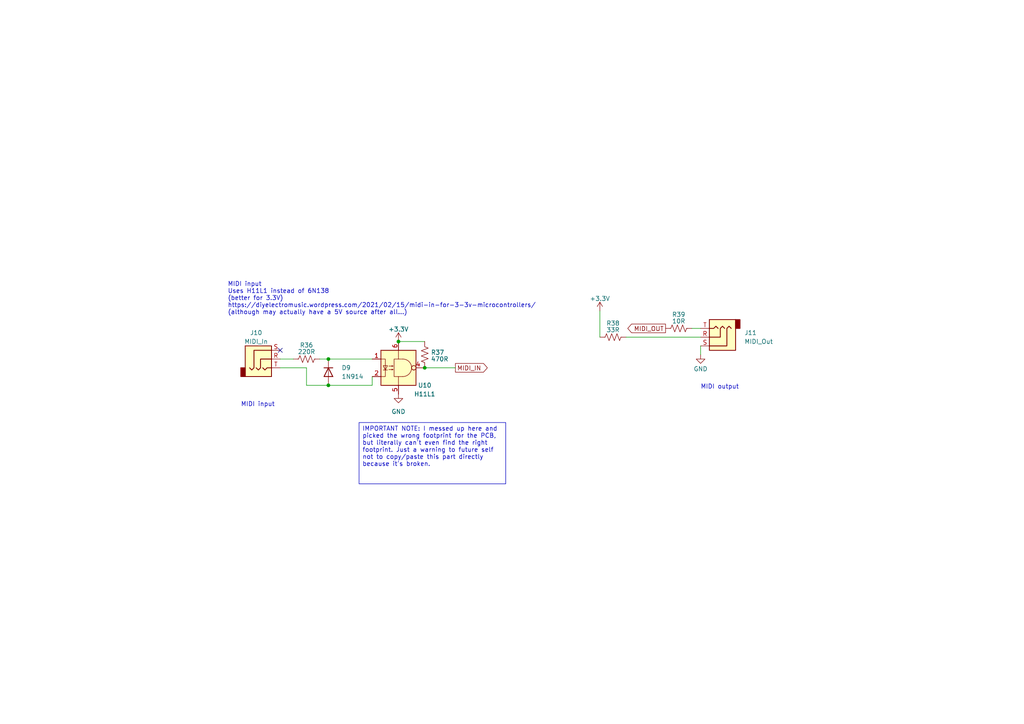
<source format=kicad_sch>
(kicad_sch (version 20230121) (generator eeschema)
  (paper "A4")
  (lib_symbols
    (symbol "Connector_Audio:AudioJack3"
      (property "Reference" "J" (at 0 8.89 0))
      (property "Value" "AudioJack3" (at 0 6.35 0))
      (symbol "AudioJack3_0_1"
        (rectangle (start -5.08 -5.08) (end -6.35 -2.54) (stroke (width 0.254)) (fill (type outline)))
        (polyline (pts (xy 0 -2.54) (xy 0.635 -3.175) (xy 1.27 -2.54) (xy 2.54 -2.54)) (stroke (width 0.254)))
        (polyline (pts (xy -1.905 -2.54) (xy -1.27 -3.175) (xy -0.635 -2.54) (xy -0.635 0) (xy 2.54 0)) (stroke (width 0.254)))
        (polyline (pts (xy 2.54 2.54) (xy -2.54 2.54) (xy -2.54 -2.54) (xy -3.175 -3.175) (xy -3.81 -2.54)) (stroke (width 0.254)))
        (rectangle (start 2.54 3.81) (end -5.08 -5.08) (stroke (width 0.254)) (fill (type background)))
      )
      (symbol "AudioJack3_1_1"
        (pin passive line (at 5.08 0 180) (length 2.54) (name "~") (number "R"))
        (pin passive line (at 5.08 2.54 180) (length 2.54) (name "~") (number "S"))
        (pin passive line (at 5.08 -2.54 180) (length 2.54) (name "~") (number "T"))
      )
    )
    (symbol "Device:R_US" (pin_numbers hide) (pin_names (offset 0))
      (property "Reference" "R" (at 2.54 0 90))
      (property "Value" "R_US" (at -2.54 0 90))
      (symbol "R_US_0_1"
        (polyline (pts (xy 0 -2.286) (xy 0 -2.54)))
        (polyline (pts (xy 0 2.286) (xy 0 2.54)))
        (polyline (pts (xy 0 -0.762) (xy 1.016 -1.143) (xy 0 -1.524) (xy -1.016 -1.905) (xy 0 -2.286)))
        (polyline (pts (xy 0 0.762) (xy 1.016 0.381) (xy 0 0) (xy -1.016 -0.381) (xy 0 -0.762)))
        (polyline (pts (xy 0 2.286) (xy 1.016 1.905) (xy 0 1.524) (xy -1.016 1.143) (xy 0 0.762)))
      )
      (symbol "R_US_1_1"
        (pin passive line (at 0 3.81 270) (length 1.27) (name "~") (number "1"))
        (pin passive line (at 0 -3.81 90) (length 1.27) (name "~") (number "2"))
      )
    )
    (symbol "Diode:1N914" (pin_numbers hide) (pin_names hide)
      (property "Reference" "D" (at 0 2.54 0))
      (property "Value" "1N914" (at 0 -2.54 0))
      (symbol "1N914_0_1"
        (polyline (pts (xy -1.27 1.27) (xy -1.27 -1.27)) (stroke (width 0.254)))
        (polyline (pts (xy 1.27 0) (xy -1.27 0)))
        (polyline (pts (xy 1.27 1.27) (xy 1.27 -1.27) (xy -1.27 0) (xy 1.27 1.27)) (stroke (width 0.254)))
      )
      (symbol "1N914_1_1"
        (pin passive line (at -3.81 0 0) (length 2.54) (name "K") (number "1"))
        (pin passive line (at 3.81 0 180) (length 2.54) (name "A") (number "2"))
      )
    )
    (symbol "Isolator:H11L1" (pin_names (offset 1.016))
      (property "Reference" "U" (at 1.27 8.89 0))
      (property "Value" "H11L1" (at 1.27 6.35 0))
      (symbol "H11L1_0_1"
        (rectangle (start -5.08 5.08) (end 5.08 -5.08) (stroke (width 0.254)) (fill (type background)))
        (polyline (pts (xy -4.445 -0.635) (xy -3.175 -0.635)))
        (polyline (pts (xy 0 2.54) (xy 0 5.08)))
        (polyline (pts (xy 0 -2.54) (xy 0 -5.08) (xy 0 -3.81)))
        (polyline (pts (xy -5.08 -2.54) (xy -3.81 -2.54) (xy -3.81 2.54) (xy -5.08 2.54)))
        (polyline (pts (xy -3.81 -0.635) (xy -4.445 0.635) (xy -3.175 0.635) (xy -3.81 -0.635)))
        (polyline (pts (xy 1.27 -2.54) (xy -1.27 -2.54) (xy -1.27 2.54) (xy 1.27 2.54)))
        (polyline (pts (xy -2.794 -0.508) (xy -1.524 -0.508) (xy -1.905 -0.635) (xy -1.905 -0.381) (xy -1.524 -0.508)))
        (polyline (pts (xy -2.794 0.508) (xy -1.524 0.508) (xy -1.905 0.381) (xy -1.905 0.635) (xy -1.524 0.508)))
        (arc (start 1.27 -2.54) (mid 3.799 0) (end 1.27 2.54))
      )
      (symbol "H11L1_1_1"
        (pin passive line (at -7.62 2.54 0) (length 2.54) (name "~") (number "1"))
        (pin passive line (at -7.62 -2.54 0) (length 2.54) (name "~") (number "2"))
        (pin no_connect line (at -5.08 0 0) (length 2.54) hide (name "~") (number "3"))
        (pin output inverted (at 7.62 0 180) (length 3.81) (name "~") (number "4"))
        (pin power_in line (at 0 -7.62 90) (length 2.54) (name "~") (number "5"))
        (pin power_in line (at 0 7.62 270) (length 2.54) (name "~") (number "6"))
      )
    )
    (symbol "power:+3.3V" (power) (pin_names (offset 0))
      (property "Value" "+3.3V" (at 0 3.556 0))
      (symbol "+3.3V_0_1"
        (polyline (pts (xy -0.762 1.27) (xy 0 2.54)))
        (polyline (pts (xy 0 0) (xy 0 2.54)))
        (polyline (pts (xy 0 2.54) (xy 0.762 1.27)))
      )
      (symbol "+3.3V_1_1"
        (pin power_in line (at 0 0 90) (length 0) hide (name "+3.3V") (number "1"))
      )
    )
    (symbol "power:GND" (power) (pin_names (offset 0))
      (property "Value" "GND" (at 0 -3.81 0))
      (symbol "GND_0_1"
        (polyline (pts (xy 0 0) (xy 0 -1.27) (xy 1.27 -1.27) (xy 0 -2.54) (xy -1.27 -1.27) (xy 0 -1.27)))
      )
      (symbol "GND_1_1"
        (pin power_in line (at 0 0 270) (length 0) hide (name "GND") (number "1"))
      )
    )
  )
  (junction (at 123.19 106.68))
  (junction (at 95.25 104.14))
  (junction (at 95.25 111.76))
  (junction (at 115.57 99.06))
  (no_connect (at 81.28 101.6))
  (wire (pts (xy 95.25 111.76) (xy 107.95 111.76)))
  (wire (pts (xy 173.99 90.17) (xy 173.99 97.79)))
  (wire (pts (xy 181.61 97.79) (xy 203.2 97.79)))
  (wire (pts (xy 95.25 111.76) (xy 88.9 111.76)))
  (wire (pts (xy 107.95 111.76) (xy 107.95 109.22)))
  (wire (pts (xy 200.66 95.25) (xy 203.2 95.25)))
  (wire (pts (xy 95.25 104.14) (xy 107.95 104.14)))
  (wire (pts (xy 88.9 106.68) (xy 88.9 111.76)))
  (wire (pts (xy 88.9 106.68) (xy 81.28 106.68)))
  (wire (pts (xy 123.19 106.68) (xy 132.08 106.68)))
  (wire (pts (xy 115.57 99.06) (xy 123.19 99.06)))
  (wire (pts (xy 203.2 100.33) (xy 203.2 102.87)))
  (wire (pts (xy 92.71 104.14) (xy 95.25 104.14)))
  (wire (pts (xy 81.28 104.14) (xy 85.09 104.14)))
  (text_box "IMPORTANT NOTE: I messed up here and picked the wrong footprint for the PCB, but literally can't even find the right footprint. Just a warning to future self not to copy/paste this part directly because it's broken." (at 104.14 122.555 0) (size 42.545 17.78) (effects (font (size 1.27 1.27)) (justify left top)))
  (text "MIDI input\nUses H11L1 instead of 6N138\n(better for 3.3V)\nhttps://diyelectromusic.wordpress.com/2021/02/15/midi-in-for-3-3v-microcontrollers/\n(although may actually have a 5V source after all...)" (at 66.04 91.44 0) (effects (font (size 1.27 1.27)) (justify left bottom)))
  (text "MIDI output" (at 203.2 113.03 0) (effects (font (size 1.27 1.27)) (justify left bottom)))
  (text "MIDI input" (at 69.85 118.11 0) (effects (font (size 1.27 1.27)) (justify left bottom)))
  (global_label "MIDI_OUT" (shape output) (at 193.04 95.25 180) (property "Intersheetrefs" "${INTERSHEET_REFS}" (effects hide)))
  (global_label "MIDI_IN" (shape output) (at 132.08 106.68 0) (property "Intersheetrefs" "${INTERSHEET_REFS}" (effects hide)))
  (symbol (lib_id "Isolator:H11L1") (at 115.57 106.68 0) (unit 1)
    (property "Reference" "U10" (at 123.19 111.76 0))
    (property "Value" "H11L1" (at 123.19 114.3 0))
    (property "Footprint" "Package_SO:TSOP-6_1.65x3.05mm_P0.95mm" (effects hide))
    (property "Datasheet" "https://www.onsemi.com/pub/Collateral/H11L3M-D.PDF" (effects hide))
  )
  (symbol (lib_id "power:GND") (at 203.2 102.87 0) (unit 1)
    (property "Reference" "#PWR048" (effects hide))
    (property "Value" "GND" (at 203.2 107.0055 0))
  )
  (symbol (lib_id "Device:R_US") (at 196.85 95.25 90) (unit 1)
    (property "Reference" "R39" (at 196.85 91.2241 90))
    (property "Value" "10R" (at 196.85 93.1451 90))
    (property "Footprint" "Resistor_SMD:R_0603_1608Metric" (effects hide))
  )
  (symbol (lib_id "power:GND") (at 115.57 114.3 0) (unit 1)
    (property "Reference" "#PWR046" (effects hide))
    (property "Value" "GND" (at 115.57 119.38 0))
  )
  (symbol (lib_id "Device:R_US") (at 88.9 104.14 90) (unit 1)
    (property "Reference" "R36" (at 88.9 100.1141 90))
    (property "Value" "220R" (at 88.9 102.0351 90))
    (property "Footprint" "Resistor_SMD:R_0603_1608Metric" (effects hide))
  )
  (symbol (lib_id "Device:R_US") (at 123.19 102.87 0) (unit 1)
    (property "Reference" "R37" (at 124.968 102.2263 0) (effects (justify left)))
    (property "Value" "470R" (at 124.968 104.1473 0) (effects (justify left)))
    (property "Footprint" "Resistor_SMD:R_0603_1608Metric" (effects hide))
  )
  (symbol (lib_id "Device:R_US") (at 177.8 97.79 90) (unit 1)
    (property "Reference" "R38" (at 177.8 93.7641 90))
    (property "Value" "33R" (at 177.8 95.6851 90))
    (property "Footprint" "Resistor_SMD:R_0603_1608Metric" (effects hide))
  )
  (symbol (lib_id "Connector_Audio:AudioJack3") (at 208.28 97.79 180) (unit 1)
    (property "Reference" "J11" (at 215.9 96.52 0) (effects (justify right)))
    (property "Value" "MIDI_Out" (at 215.9 99.06 0) (effects (justify right)))
    (property "Footprint" "Library:Jack_3.5mm_QingPu_WQP-PJ366ST_Vertical_Labelled" (effects hide))
  )
  (symbol (lib_id "Diode:1N914") (at 95.25 107.95 270) (unit 1)
    (property "Reference" "D9" (at 99.06 106.6799 90) (effects (justify left)))
    (property "Value" "1N914" (at 99.06 109.2199 90) (effects (justify left)))
    (property "Footprint" "Diode_SMD:D_SOD-323F" (effects hide))
    (property "Datasheet" "http://www.vishay.com/docs/85622/1n914.pdf" (effects hide))
  )
  (symbol (lib_id "Connector_Audio:AudioJack3") (at 76.2 104.14 0) (unit 1)
    (property "Reference" "J10" (at 74.295 96.52 0))
    (property "Value" "MIDI_In" (at 74.295 99.06 0))
    (property "Footprint" "Library:Jack_3.5mm_QingPu_WQP-PJ366ST_Vertical_Labelled" (effects hide))
  )
  (symbol (lib_id "power:+3.3V") (at 115.57 99.06 0) (unit 1)
    (property "Reference" "#PWR045" (effects hide))
    (property "Value" "+3.3V" (at 115.57 95.504 0))
  )
  (symbol (lib_id "power:+3.3V") (at 173.99 90.17 0) (unit 1)
    (property "Reference" "#PWR047" (effects hide))
    (property "Value" "+3.3V" (at 173.99 86.614 0))
  )
)
</source>
